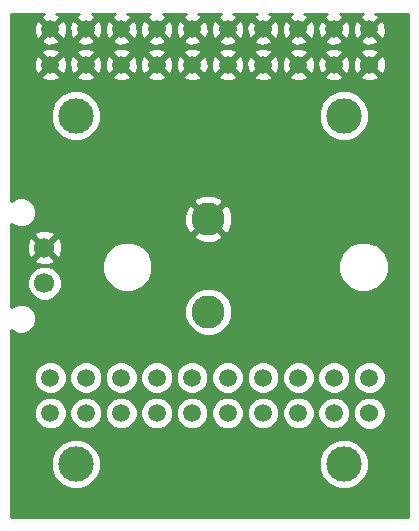
<source format=gbr>
G04 #@! TF.GenerationSoftware,KiCad,Pcbnew,(5.0.0)*
G04 #@! TF.CreationDate,2019-09-21T11:40:00-05:00*
G04 #@! TF.ProjectId,TemperaturePower,54656D7065726174757265506F776572,rev?*
G04 #@! TF.SameCoordinates,Original*
G04 #@! TF.FileFunction,Copper,L1,Top,Signal*
G04 #@! TF.FilePolarity,Positive*
%FSLAX46Y46*%
G04 Gerber Fmt 4.6, Leading zero omitted, Abs format (unit mm)*
G04 Created by KiCad (PCBNEW (5.0.0)) date 09/21/19 11:40:00*
%MOMM*%
%LPD*%
G01*
G04 APERTURE LIST*
G04 #@! TA.AperFunction,ComponentPad*
%ADD10C,1.524000*%
G04 #@! TD*
G04 #@! TA.AperFunction,ComponentPad*
%ADD11C,1.500000*%
G04 #@! TD*
G04 #@! TA.AperFunction,ComponentPad*
%ADD12C,3.000000*%
G04 #@! TD*
G04 #@! TA.AperFunction,ComponentPad*
%ADD13C,1.700000*%
G04 #@! TD*
G04 #@! TA.AperFunction,ComponentPad*
%ADD14C,2.800000*%
G04 #@! TD*
G04 #@! TA.AperFunction,Conductor*
%ADD15C,0.254000*%
G04 #@! TD*
G04 APERTURE END LIST*
D10*
G04 #@! TO.P,J1,1*
G04 #@! TO.N,VCC*
X148500000Y-101500000D03*
D11*
G04 #@! TO.P,J1,2*
X145500000Y-101500000D03*
G04 #@! TO.P,J1,3*
X142500000Y-101500000D03*
G04 #@! TO.P,J1,4*
X139500000Y-101500000D03*
G04 #@! TO.P,J1,5*
X136500000Y-101500000D03*
G04 #@! TO.P,J1,6*
X133500000Y-101500000D03*
G04 #@! TO.P,J1,7*
X130500000Y-101500000D03*
G04 #@! TO.P,J1,8*
X127500000Y-101500000D03*
G04 #@! TO.P,J1,9*
X124500000Y-101500000D03*
G04 #@! TO.P,J1,10*
X121500000Y-101500000D03*
G04 #@! TO.P,J1,11*
X148500000Y-98500000D03*
G04 #@! TO.P,J1,12*
X145500000Y-98500000D03*
G04 #@! TO.P,J1,13*
X142500000Y-98500000D03*
G04 #@! TO.P,J1,14*
X139500000Y-98500000D03*
G04 #@! TO.P,J1,15*
X136500000Y-98500000D03*
G04 #@! TO.P,J1,16*
X133500000Y-98500000D03*
G04 #@! TO.P,J1,17*
X130500000Y-98500000D03*
G04 #@! TO.P,J1,18*
X127500000Y-98500000D03*
G04 #@! TO.P,J1,19*
X124500000Y-98500000D03*
G04 #@! TO.P,J1,20*
X121500000Y-98500000D03*
D12*
G04 #@! TO.P,J1,*
G04 #@! TO.N,*
X146350000Y-105820000D03*
X123650000Y-105820000D03*
G04 #@! TD*
D13*
G04 #@! TO.P,J2,1*
G04 #@! TO.N,GND*
X121000000Y-120000000D03*
G04 #@! TO.P,J2,2*
G04 #@! TO.N,VCC*
X121000000Y-117000000D03*
G04 #@! TD*
D12*
G04 #@! TO.P,J3,*
G04 #@! TO.N,*
X123650000Y-135320000D03*
X146350000Y-135320000D03*
D11*
G04 #@! TO.P,J3,20*
G04 #@! TO.N,GND*
X121500000Y-128000000D03*
G04 #@! TO.P,J3,19*
X124500000Y-128000000D03*
G04 #@! TO.P,J3,18*
X127500000Y-128000000D03*
G04 #@! TO.P,J3,17*
X130500000Y-128000000D03*
G04 #@! TO.P,J3,16*
X133500000Y-128000000D03*
G04 #@! TO.P,J3,15*
X136500000Y-128000000D03*
G04 #@! TO.P,J3,14*
X139500000Y-128000000D03*
G04 #@! TO.P,J3,13*
X142500000Y-128000000D03*
G04 #@! TO.P,J3,12*
X145500000Y-128000000D03*
G04 #@! TO.P,J3,11*
X148500000Y-128000000D03*
G04 #@! TO.P,J3,10*
X121500000Y-131000000D03*
G04 #@! TO.P,J3,9*
X124500000Y-131000000D03*
G04 #@! TO.P,J3,8*
X127500000Y-131000000D03*
G04 #@! TO.P,J3,7*
X130500000Y-131000000D03*
G04 #@! TO.P,J3,6*
X133500000Y-131000000D03*
G04 #@! TO.P,J3,5*
X136500000Y-131000000D03*
G04 #@! TO.P,J3,4*
X139500000Y-131000000D03*
G04 #@! TO.P,J3,3*
X142500000Y-131000000D03*
G04 #@! TO.P,J3,2*
X145500000Y-131000000D03*
D10*
G04 #@! TO.P,J3,1*
X148500000Y-131000000D03*
G04 #@! TD*
D14*
G04 #@! TO.P,VCC,1*
G04 #@! TO.N,VCC*
X134874000Y-114554000D03*
G04 #@! TD*
G04 #@! TO.P,GND,1*
G04 #@! TO.N,GND*
X134874000Y-122428000D03*
G04 #@! TD*
D15*
G04 #@! TO.N,VCC*
G36*
X120776077Y-97287540D02*
X120708088Y-97528483D01*
X121500000Y-98320395D01*
X122291912Y-97528483D01*
X122223923Y-97287540D01*
X122006047Y-97210000D01*
X123963274Y-97210000D01*
X123776077Y-97287540D01*
X123708088Y-97528483D01*
X124500000Y-98320395D01*
X125291912Y-97528483D01*
X125223923Y-97287540D01*
X125006047Y-97210000D01*
X126963274Y-97210000D01*
X126776077Y-97287540D01*
X126708088Y-97528483D01*
X127500000Y-98320395D01*
X128291912Y-97528483D01*
X128223923Y-97287540D01*
X128006047Y-97210000D01*
X129963274Y-97210000D01*
X129776077Y-97287540D01*
X129708088Y-97528483D01*
X130500000Y-98320395D01*
X131291912Y-97528483D01*
X131223923Y-97287540D01*
X131006047Y-97210000D01*
X132963274Y-97210000D01*
X132776077Y-97287540D01*
X132708088Y-97528483D01*
X133500000Y-98320395D01*
X134291912Y-97528483D01*
X134223923Y-97287540D01*
X134006047Y-97210000D01*
X135963274Y-97210000D01*
X135776077Y-97287540D01*
X135708088Y-97528483D01*
X136500000Y-98320395D01*
X137291912Y-97528483D01*
X137223923Y-97287540D01*
X137006047Y-97210000D01*
X138963274Y-97210000D01*
X138776077Y-97287540D01*
X138708088Y-97528483D01*
X139500000Y-98320395D01*
X140291912Y-97528483D01*
X140223923Y-97287540D01*
X140006047Y-97210000D01*
X141963274Y-97210000D01*
X141776077Y-97287540D01*
X141708088Y-97528483D01*
X142500000Y-98320395D01*
X143291912Y-97528483D01*
X143223923Y-97287540D01*
X143006047Y-97210000D01*
X144963274Y-97210000D01*
X144776077Y-97287540D01*
X144708088Y-97528483D01*
X145500000Y-98320395D01*
X146291912Y-97528483D01*
X146223923Y-97287540D01*
X146006047Y-97210000D01*
X147963274Y-97210000D01*
X147776077Y-97287540D01*
X147708088Y-97528483D01*
X148500000Y-98320395D01*
X149291912Y-97528483D01*
X149223923Y-97287540D01*
X149006047Y-97210000D01*
X151790000Y-97210000D01*
X151790001Y-139790000D01*
X118210000Y-139790000D01*
X118210000Y-134895322D01*
X121515000Y-134895322D01*
X121515000Y-135744678D01*
X121840034Y-136529380D01*
X122440620Y-137129966D01*
X123225322Y-137455000D01*
X124074678Y-137455000D01*
X124859380Y-137129966D01*
X125459966Y-136529380D01*
X125785000Y-135744678D01*
X125785000Y-134895322D01*
X144215000Y-134895322D01*
X144215000Y-135744678D01*
X144540034Y-136529380D01*
X145140620Y-137129966D01*
X145925322Y-137455000D01*
X146774678Y-137455000D01*
X147559380Y-137129966D01*
X148159966Y-136529380D01*
X148485000Y-135744678D01*
X148485000Y-134895322D01*
X148159966Y-134110620D01*
X147559380Y-133510034D01*
X146774678Y-133185000D01*
X145925322Y-133185000D01*
X145140620Y-133510034D01*
X144540034Y-134110620D01*
X144215000Y-134895322D01*
X125785000Y-134895322D01*
X125459966Y-134110620D01*
X124859380Y-133510034D01*
X124074678Y-133185000D01*
X123225322Y-133185000D01*
X122440620Y-133510034D01*
X121840034Y-134110620D01*
X121515000Y-134895322D01*
X118210000Y-134895322D01*
X118210000Y-130724506D01*
X120115000Y-130724506D01*
X120115000Y-131275494D01*
X120325853Y-131784540D01*
X120715460Y-132174147D01*
X121224506Y-132385000D01*
X121775494Y-132385000D01*
X122284540Y-132174147D01*
X122674147Y-131784540D01*
X122885000Y-131275494D01*
X122885000Y-130724506D01*
X123115000Y-130724506D01*
X123115000Y-131275494D01*
X123325853Y-131784540D01*
X123715460Y-132174147D01*
X124224506Y-132385000D01*
X124775494Y-132385000D01*
X125284540Y-132174147D01*
X125674147Y-131784540D01*
X125885000Y-131275494D01*
X125885000Y-130724506D01*
X126115000Y-130724506D01*
X126115000Y-131275494D01*
X126325853Y-131784540D01*
X126715460Y-132174147D01*
X127224506Y-132385000D01*
X127775494Y-132385000D01*
X128284540Y-132174147D01*
X128674147Y-131784540D01*
X128885000Y-131275494D01*
X128885000Y-130724506D01*
X129115000Y-130724506D01*
X129115000Y-131275494D01*
X129325853Y-131784540D01*
X129715460Y-132174147D01*
X130224506Y-132385000D01*
X130775494Y-132385000D01*
X131284540Y-132174147D01*
X131674147Y-131784540D01*
X131885000Y-131275494D01*
X131885000Y-130724506D01*
X132115000Y-130724506D01*
X132115000Y-131275494D01*
X132325853Y-131784540D01*
X132715460Y-132174147D01*
X133224506Y-132385000D01*
X133775494Y-132385000D01*
X134284540Y-132174147D01*
X134674147Y-131784540D01*
X134885000Y-131275494D01*
X134885000Y-130724506D01*
X135115000Y-130724506D01*
X135115000Y-131275494D01*
X135325853Y-131784540D01*
X135715460Y-132174147D01*
X136224506Y-132385000D01*
X136775494Y-132385000D01*
X137284540Y-132174147D01*
X137674147Y-131784540D01*
X137885000Y-131275494D01*
X137885000Y-130724506D01*
X138115000Y-130724506D01*
X138115000Y-131275494D01*
X138325853Y-131784540D01*
X138715460Y-132174147D01*
X139224506Y-132385000D01*
X139775494Y-132385000D01*
X140284540Y-132174147D01*
X140674147Y-131784540D01*
X140885000Y-131275494D01*
X140885000Y-130724506D01*
X141115000Y-130724506D01*
X141115000Y-131275494D01*
X141325853Y-131784540D01*
X141715460Y-132174147D01*
X142224506Y-132385000D01*
X142775494Y-132385000D01*
X143284540Y-132174147D01*
X143674147Y-131784540D01*
X143885000Y-131275494D01*
X143885000Y-130724506D01*
X144115000Y-130724506D01*
X144115000Y-131275494D01*
X144325853Y-131784540D01*
X144715460Y-132174147D01*
X145224506Y-132385000D01*
X145775494Y-132385000D01*
X146284540Y-132174147D01*
X146674147Y-131784540D01*
X146885000Y-131275494D01*
X146885000Y-130724506D01*
X146884012Y-130722119D01*
X147103000Y-130722119D01*
X147103000Y-131277881D01*
X147315680Y-131791337D01*
X147708663Y-132184320D01*
X148222119Y-132397000D01*
X148777881Y-132397000D01*
X149291337Y-132184320D01*
X149684320Y-131791337D01*
X149897000Y-131277881D01*
X149897000Y-130722119D01*
X149684320Y-130208663D01*
X149291337Y-129815680D01*
X148777881Y-129603000D01*
X148222119Y-129603000D01*
X147708663Y-129815680D01*
X147315680Y-130208663D01*
X147103000Y-130722119D01*
X146884012Y-130722119D01*
X146674147Y-130215460D01*
X146284540Y-129825853D01*
X145775494Y-129615000D01*
X145224506Y-129615000D01*
X144715460Y-129825853D01*
X144325853Y-130215460D01*
X144115000Y-130724506D01*
X143885000Y-130724506D01*
X143674147Y-130215460D01*
X143284540Y-129825853D01*
X142775494Y-129615000D01*
X142224506Y-129615000D01*
X141715460Y-129825853D01*
X141325853Y-130215460D01*
X141115000Y-130724506D01*
X140885000Y-130724506D01*
X140674147Y-130215460D01*
X140284540Y-129825853D01*
X139775494Y-129615000D01*
X139224506Y-129615000D01*
X138715460Y-129825853D01*
X138325853Y-130215460D01*
X138115000Y-130724506D01*
X137885000Y-130724506D01*
X137674147Y-130215460D01*
X137284540Y-129825853D01*
X136775494Y-129615000D01*
X136224506Y-129615000D01*
X135715460Y-129825853D01*
X135325853Y-130215460D01*
X135115000Y-130724506D01*
X134885000Y-130724506D01*
X134674147Y-130215460D01*
X134284540Y-129825853D01*
X133775494Y-129615000D01*
X133224506Y-129615000D01*
X132715460Y-129825853D01*
X132325853Y-130215460D01*
X132115000Y-130724506D01*
X131885000Y-130724506D01*
X131674147Y-130215460D01*
X131284540Y-129825853D01*
X130775494Y-129615000D01*
X130224506Y-129615000D01*
X129715460Y-129825853D01*
X129325853Y-130215460D01*
X129115000Y-130724506D01*
X128885000Y-130724506D01*
X128674147Y-130215460D01*
X128284540Y-129825853D01*
X127775494Y-129615000D01*
X127224506Y-129615000D01*
X126715460Y-129825853D01*
X126325853Y-130215460D01*
X126115000Y-130724506D01*
X125885000Y-130724506D01*
X125674147Y-130215460D01*
X125284540Y-129825853D01*
X124775494Y-129615000D01*
X124224506Y-129615000D01*
X123715460Y-129825853D01*
X123325853Y-130215460D01*
X123115000Y-130724506D01*
X122885000Y-130724506D01*
X122674147Y-130215460D01*
X122284540Y-129825853D01*
X121775494Y-129615000D01*
X121224506Y-129615000D01*
X120715460Y-129825853D01*
X120325853Y-130215460D01*
X120115000Y-130724506D01*
X118210000Y-130724506D01*
X118210000Y-127724506D01*
X120115000Y-127724506D01*
X120115000Y-128275494D01*
X120325853Y-128784540D01*
X120715460Y-129174147D01*
X121224506Y-129385000D01*
X121775494Y-129385000D01*
X122284540Y-129174147D01*
X122674147Y-128784540D01*
X122885000Y-128275494D01*
X122885000Y-127724506D01*
X123115000Y-127724506D01*
X123115000Y-128275494D01*
X123325853Y-128784540D01*
X123715460Y-129174147D01*
X124224506Y-129385000D01*
X124775494Y-129385000D01*
X125284540Y-129174147D01*
X125674147Y-128784540D01*
X125885000Y-128275494D01*
X125885000Y-127724506D01*
X126115000Y-127724506D01*
X126115000Y-128275494D01*
X126325853Y-128784540D01*
X126715460Y-129174147D01*
X127224506Y-129385000D01*
X127775494Y-129385000D01*
X128284540Y-129174147D01*
X128674147Y-128784540D01*
X128885000Y-128275494D01*
X128885000Y-127724506D01*
X129115000Y-127724506D01*
X129115000Y-128275494D01*
X129325853Y-128784540D01*
X129715460Y-129174147D01*
X130224506Y-129385000D01*
X130775494Y-129385000D01*
X131284540Y-129174147D01*
X131674147Y-128784540D01*
X131885000Y-128275494D01*
X131885000Y-127724506D01*
X132115000Y-127724506D01*
X132115000Y-128275494D01*
X132325853Y-128784540D01*
X132715460Y-129174147D01*
X133224506Y-129385000D01*
X133775494Y-129385000D01*
X134284540Y-129174147D01*
X134674147Y-128784540D01*
X134885000Y-128275494D01*
X134885000Y-127724506D01*
X135115000Y-127724506D01*
X135115000Y-128275494D01*
X135325853Y-128784540D01*
X135715460Y-129174147D01*
X136224506Y-129385000D01*
X136775494Y-129385000D01*
X137284540Y-129174147D01*
X137674147Y-128784540D01*
X137885000Y-128275494D01*
X137885000Y-127724506D01*
X138115000Y-127724506D01*
X138115000Y-128275494D01*
X138325853Y-128784540D01*
X138715460Y-129174147D01*
X139224506Y-129385000D01*
X139775494Y-129385000D01*
X140284540Y-129174147D01*
X140674147Y-128784540D01*
X140885000Y-128275494D01*
X140885000Y-127724506D01*
X141115000Y-127724506D01*
X141115000Y-128275494D01*
X141325853Y-128784540D01*
X141715460Y-129174147D01*
X142224506Y-129385000D01*
X142775494Y-129385000D01*
X143284540Y-129174147D01*
X143674147Y-128784540D01*
X143885000Y-128275494D01*
X143885000Y-127724506D01*
X144115000Y-127724506D01*
X144115000Y-128275494D01*
X144325853Y-128784540D01*
X144715460Y-129174147D01*
X145224506Y-129385000D01*
X145775494Y-129385000D01*
X146284540Y-129174147D01*
X146674147Y-128784540D01*
X146885000Y-128275494D01*
X146885000Y-127724506D01*
X147115000Y-127724506D01*
X147115000Y-128275494D01*
X147325853Y-128784540D01*
X147715460Y-129174147D01*
X148224506Y-129385000D01*
X148775494Y-129385000D01*
X149284540Y-129174147D01*
X149674147Y-128784540D01*
X149885000Y-128275494D01*
X149885000Y-127724506D01*
X149674147Y-127215460D01*
X149284540Y-126825853D01*
X148775494Y-126615000D01*
X148224506Y-126615000D01*
X147715460Y-126825853D01*
X147325853Y-127215460D01*
X147115000Y-127724506D01*
X146885000Y-127724506D01*
X146674147Y-127215460D01*
X146284540Y-126825853D01*
X145775494Y-126615000D01*
X145224506Y-126615000D01*
X144715460Y-126825853D01*
X144325853Y-127215460D01*
X144115000Y-127724506D01*
X143885000Y-127724506D01*
X143674147Y-127215460D01*
X143284540Y-126825853D01*
X142775494Y-126615000D01*
X142224506Y-126615000D01*
X141715460Y-126825853D01*
X141325853Y-127215460D01*
X141115000Y-127724506D01*
X140885000Y-127724506D01*
X140674147Y-127215460D01*
X140284540Y-126825853D01*
X139775494Y-126615000D01*
X139224506Y-126615000D01*
X138715460Y-126825853D01*
X138325853Y-127215460D01*
X138115000Y-127724506D01*
X137885000Y-127724506D01*
X137674147Y-127215460D01*
X137284540Y-126825853D01*
X136775494Y-126615000D01*
X136224506Y-126615000D01*
X135715460Y-126825853D01*
X135325853Y-127215460D01*
X135115000Y-127724506D01*
X134885000Y-127724506D01*
X134674147Y-127215460D01*
X134284540Y-126825853D01*
X133775494Y-126615000D01*
X133224506Y-126615000D01*
X132715460Y-126825853D01*
X132325853Y-127215460D01*
X132115000Y-127724506D01*
X131885000Y-127724506D01*
X131674147Y-127215460D01*
X131284540Y-126825853D01*
X130775494Y-126615000D01*
X130224506Y-126615000D01*
X129715460Y-126825853D01*
X129325853Y-127215460D01*
X129115000Y-127724506D01*
X128885000Y-127724506D01*
X128674147Y-127215460D01*
X128284540Y-126825853D01*
X127775494Y-126615000D01*
X127224506Y-126615000D01*
X126715460Y-126825853D01*
X126325853Y-127215460D01*
X126115000Y-127724506D01*
X125885000Y-127724506D01*
X125674147Y-127215460D01*
X125284540Y-126825853D01*
X124775494Y-126615000D01*
X124224506Y-126615000D01*
X123715460Y-126825853D01*
X123325853Y-127215460D01*
X123115000Y-127724506D01*
X122885000Y-127724506D01*
X122674147Y-127215460D01*
X122284540Y-126825853D01*
X121775494Y-126615000D01*
X121224506Y-126615000D01*
X120715460Y-126825853D01*
X120325853Y-127215460D01*
X120115000Y-127724506D01*
X118210000Y-127724506D01*
X118210000Y-123966051D01*
X118320603Y-124076654D01*
X118787381Y-124270000D01*
X119292619Y-124270000D01*
X119759397Y-124076654D01*
X120116654Y-123719397D01*
X120310000Y-123252619D01*
X120310000Y-122747381D01*
X120116654Y-122280603D01*
X119859264Y-122023213D01*
X132839000Y-122023213D01*
X132839000Y-122832787D01*
X133148810Y-123580735D01*
X133721265Y-124153190D01*
X134469213Y-124463000D01*
X135278787Y-124463000D01*
X136026735Y-124153190D01*
X136599190Y-123580735D01*
X136909000Y-122832787D01*
X136909000Y-122023213D01*
X136599190Y-121275265D01*
X136026735Y-120702810D01*
X135278787Y-120393000D01*
X134469213Y-120393000D01*
X133721265Y-120702810D01*
X133148810Y-121275265D01*
X132839000Y-122023213D01*
X119859264Y-122023213D01*
X119759397Y-121923346D01*
X119292619Y-121730000D01*
X118787381Y-121730000D01*
X118320603Y-121923346D01*
X118210000Y-122033949D01*
X118210000Y-119704615D01*
X119515000Y-119704615D01*
X119515000Y-120295385D01*
X119741078Y-120841185D01*
X120158815Y-121258922D01*
X120704615Y-121485000D01*
X121295385Y-121485000D01*
X121841185Y-121258922D01*
X122258922Y-120841185D01*
X122485000Y-120295385D01*
X122485000Y-119704615D01*
X122258922Y-119158815D01*
X121841185Y-118741078D01*
X121295385Y-118515000D01*
X120704615Y-118515000D01*
X120158815Y-118741078D01*
X119741078Y-119158815D01*
X119515000Y-119704615D01*
X118210000Y-119704615D01*
X118210000Y-118043958D01*
X120135647Y-118043958D01*
X120215920Y-118295259D01*
X120771279Y-118496718D01*
X121361458Y-118470315D01*
X121784080Y-118295259D01*
X121816641Y-118193322D01*
X125865000Y-118193322D01*
X125865000Y-119042678D01*
X126190034Y-119827380D01*
X126790620Y-120427966D01*
X127575322Y-120753000D01*
X128424678Y-120753000D01*
X129209380Y-120427966D01*
X129809966Y-119827380D01*
X130135000Y-119042678D01*
X130135000Y-118193322D01*
X145865000Y-118193322D01*
X145865000Y-119042678D01*
X146190034Y-119827380D01*
X146790620Y-120427966D01*
X147575322Y-120753000D01*
X148424678Y-120753000D01*
X149209380Y-120427966D01*
X149809966Y-119827380D01*
X150135000Y-119042678D01*
X150135000Y-118193322D01*
X149809966Y-117408620D01*
X149209380Y-116808034D01*
X148424678Y-116483000D01*
X147575322Y-116483000D01*
X146790620Y-116808034D01*
X146190034Y-117408620D01*
X145865000Y-118193322D01*
X130135000Y-118193322D01*
X129809966Y-117408620D01*
X129209380Y-116808034D01*
X128424678Y-116483000D01*
X127575322Y-116483000D01*
X126790620Y-116808034D01*
X126190034Y-117408620D01*
X125865000Y-118193322D01*
X121816641Y-118193322D01*
X121864353Y-118043958D01*
X121000000Y-117179605D01*
X120135647Y-118043958D01*
X118210000Y-118043958D01*
X118210000Y-116771279D01*
X119503282Y-116771279D01*
X119529685Y-117361458D01*
X119704741Y-117784080D01*
X119956042Y-117864353D01*
X120820395Y-117000000D01*
X121179605Y-117000000D01*
X122043958Y-117864353D01*
X122295259Y-117784080D01*
X122496718Y-117228721D01*
X122470315Y-116638542D01*
X122295259Y-116215920D01*
X122043958Y-116135647D01*
X121179605Y-117000000D01*
X120820395Y-117000000D01*
X119956042Y-116135647D01*
X119704741Y-116215920D01*
X119503282Y-116771279D01*
X118210000Y-116771279D01*
X118210000Y-115956042D01*
X120135647Y-115956042D01*
X121000000Y-116820395D01*
X121824671Y-115995724D01*
X133611882Y-115995724D01*
X133759455Y-116304106D01*
X134514031Y-116597405D01*
X135323409Y-116579614D01*
X135988545Y-116304106D01*
X136136118Y-115995724D01*
X134874000Y-114733605D01*
X133611882Y-115995724D01*
X121824671Y-115995724D01*
X121864353Y-115956042D01*
X121784080Y-115704741D01*
X121228721Y-115503282D01*
X120638542Y-115529685D01*
X120215920Y-115704741D01*
X120135647Y-115956042D01*
X118210000Y-115956042D01*
X118210000Y-114966051D01*
X118320603Y-115076654D01*
X118787381Y-115270000D01*
X119292619Y-115270000D01*
X119759397Y-115076654D01*
X120116654Y-114719397D01*
X120310000Y-114252619D01*
X120310000Y-114194031D01*
X132830595Y-114194031D01*
X132848386Y-115003409D01*
X133123894Y-115668545D01*
X133432276Y-115816118D01*
X134694395Y-114554000D01*
X135053605Y-114554000D01*
X136315724Y-115816118D01*
X136624106Y-115668545D01*
X136917405Y-114913969D01*
X136899614Y-114104591D01*
X136624106Y-113439455D01*
X136315724Y-113291882D01*
X135053605Y-114554000D01*
X134694395Y-114554000D01*
X133432276Y-113291882D01*
X133123894Y-113439455D01*
X132830595Y-114194031D01*
X120310000Y-114194031D01*
X120310000Y-113747381D01*
X120116654Y-113280603D01*
X119948327Y-113112276D01*
X133611882Y-113112276D01*
X134874000Y-114374395D01*
X136136118Y-113112276D01*
X135988545Y-112803894D01*
X135233969Y-112510595D01*
X134424591Y-112528386D01*
X133759455Y-112803894D01*
X133611882Y-113112276D01*
X119948327Y-113112276D01*
X119759397Y-112923346D01*
X119292619Y-112730000D01*
X118787381Y-112730000D01*
X118320603Y-112923346D01*
X118210000Y-113033949D01*
X118210000Y-105395322D01*
X121515000Y-105395322D01*
X121515000Y-106244678D01*
X121840034Y-107029380D01*
X122440620Y-107629966D01*
X123225322Y-107955000D01*
X124074678Y-107955000D01*
X124859380Y-107629966D01*
X125459966Y-107029380D01*
X125785000Y-106244678D01*
X125785000Y-105395322D01*
X144215000Y-105395322D01*
X144215000Y-106244678D01*
X144540034Y-107029380D01*
X145140620Y-107629966D01*
X145925322Y-107955000D01*
X146774678Y-107955000D01*
X147559380Y-107629966D01*
X148159966Y-107029380D01*
X148485000Y-106244678D01*
X148485000Y-105395322D01*
X148159966Y-104610620D01*
X147559380Y-104010034D01*
X146774678Y-103685000D01*
X145925322Y-103685000D01*
X145140620Y-104010034D01*
X144540034Y-104610620D01*
X144215000Y-105395322D01*
X125785000Y-105395322D01*
X125459966Y-104610620D01*
X124859380Y-104010034D01*
X124074678Y-103685000D01*
X123225322Y-103685000D01*
X122440620Y-104010034D01*
X121840034Y-104610620D01*
X121515000Y-105395322D01*
X118210000Y-105395322D01*
X118210000Y-102471517D01*
X120708088Y-102471517D01*
X120776077Y-102712460D01*
X121295171Y-102897201D01*
X121845448Y-102869230D01*
X122223923Y-102712460D01*
X122291912Y-102471517D01*
X123708088Y-102471517D01*
X123776077Y-102712460D01*
X124295171Y-102897201D01*
X124845448Y-102869230D01*
X125223923Y-102712460D01*
X125291912Y-102471517D01*
X126708088Y-102471517D01*
X126776077Y-102712460D01*
X127295171Y-102897201D01*
X127845448Y-102869230D01*
X128223923Y-102712460D01*
X128291912Y-102471517D01*
X129708088Y-102471517D01*
X129776077Y-102712460D01*
X130295171Y-102897201D01*
X130845448Y-102869230D01*
X131223923Y-102712460D01*
X131291912Y-102471517D01*
X132708088Y-102471517D01*
X132776077Y-102712460D01*
X133295171Y-102897201D01*
X133845448Y-102869230D01*
X134223923Y-102712460D01*
X134291912Y-102471517D01*
X135708088Y-102471517D01*
X135776077Y-102712460D01*
X136295171Y-102897201D01*
X136845448Y-102869230D01*
X137223923Y-102712460D01*
X137291912Y-102471517D01*
X138708088Y-102471517D01*
X138776077Y-102712460D01*
X139295171Y-102897201D01*
X139845448Y-102869230D01*
X140223923Y-102712460D01*
X140291912Y-102471517D01*
X141708088Y-102471517D01*
X141776077Y-102712460D01*
X142295171Y-102897201D01*
X142845448Y-102869230D01*
X143223923Y-102712460D01*
X143291912Y-102471517D01*
X144708088Y-102471517D01*
X144776077Y-102712460D01*
X145295171Y-102897201D01*
X145845448Y-102869230D01*
X146223923Y-102712460D01*
X146289458Y-102480213D01*
X147699392Y-102480213D01*
X147768857Y-102722397D01*
X148292302Y-102909144D01*
X148847368Y-102881362D01*
X149231143Y-102722397D01*
X149300608Y-102480213D01*
X148500000Y-101679605D01*
X147699392Y-102480213D01*
X146289458Y-102480213D01*
X146291912Y-102471517D01*
X145500000Y-101679605D01*
X144708088Y-102471517D01*
X143291912Y-102471517D01*
X142500000Y-101679605D01*
X141708088Y-102471517D01*
X140291912Y-102471517D01*
X139500000Y-101679605D01*
X138708088Y-102471517D01*
X137291912Y-102471517D01*
X136500000Y-101679605D01*
X135708088Y-102471517D01*
X134291912Y-102471517D01*
X133500000Y-101679605D01*
X132708088Y-102471517D01*
X131291912Y-102471517D01*
X130500000Y-101679605D01*
X129708088Y-102471517D01*
X128291912Y-102471517D01*
X127500000Y-101679605D01*
X126708088Y-102471517D01*
X125291912Y-102471517D01*
X124500000Y-101679605D01*
X123708088Y-102471517D01*
X122291912Y-102471517D01*
X121500000Y-101679605D01*
X120708088Y-102471517D01*
X118210000Y-102471517D01*
X118210000Y-101295171D01*
X120102799Y-101295171D01*
X120130770Y-101845448D01*
X120287540Y-102223923D01*
X120528483Y-102291912D01*
X121320395Y-101500000D01*
X121679605Y-101500000D01*
X122471517Y-102291912D01*
X122712460Y-102223923D01*
X122897201Y-101704829D01*
X122876378Y-101295171D01*
X123102799Y-101295171D01*
X123130770Y-101845448D01*
X123287540Y-102223923D01*
X123528483Y-102291912D01*
X124320395Y-101500000D01*
X124679605Y-101500000D01*
X125471517Y-102291912D01*
X125712460Y-102223923D01*
X125897201Y-101704829D01*
X125876378Y-101295171D01*
X126102799Y-101295171D01*
X126130770Y-101845448D01*
X126287540Y-102223923D01*
X126528483Y-102291912D01*
X127320395Y-101500000D01*
X127679605Y-101500000D01*
X128471517Y-102291912D01*
X128712460Y-102223923D01*
X128897201Y-101704829D01*
X128876378Y-101295171D01*
X129102799Y-101295171D01*
X129130770Y-101845448D01*
X129287540Y-102223923D01*
X129528483Y-102291912D01*
X130320395Y-101500000D01*
X130679605Y-101500000D01*
X131471517Y-102291912D01*
X131712460Y-102223923D01*
X131897201Y-101704829D01*
X131876378Y-101295171D01*
X132102799Y-101295171D01*
X132130770Y-101845448D01*
X132287540Y-102223923D01*
X132528483Y-102291912D01*
X133320395Y-101500000D01*
X133679605Y-101500000D01*
X134471517Y-102291912D01*
X134712460Y-102223923D01*
X134897201Y-101704829D01*
X134876378Y-101295171D01*
X135102799Y-101295171D01*
X135130770Y-101845448D01*
X135287540Y-102223923D01*
X135528483Y-102291912D01*
X136320395Y-101500000D01*
X136679605Y-101500000D01*
X137471517Y-102291912D01*
X137712460Y-102223923D01*
X137897201Y-101704829D01*
X137876378Y-101295171D01*
X138102799Y-101295171D01*
X138130770Y-101845448D01*
X138287540Y-102223923D01*
X138528483Y-102291912D01*
X139320395Y-101500000D01*
X139679605Y-101500000D01*
X140471517Y-102291912D01*
X140712460Y-102223923D01*
X140897201Y-101704829D01*
X140876378Y-101295171D01*
X141102799Y-101295171D01*
X141130770Y-101845448D01*
X141287540Y-102223923D01*
X141528483Y-102291912D01*
X142320395Y-101500000D01*
X142679605Y-101500000D01*
X143471517Y-102291912D01*
X143712460Y-102223923D01*
X143897201Y-101704829D01*
X143876378Y-101295171D01*
X144102799Y-101295171D01*
X144130770Y-101845448D01*
X144287540Y-102223923D01*
X144528483Y-102291912D01*
X145320395Y-101500000D01*
X145679605Y-101500000D01*
X146471517Y-102291912D01*
X146712460Y-102223923D01*
X146897201Y-101704829D01*
X146876232Y-101292302D01*
X147090856Y-101292302D01*
X147118638Y-101847368D01*
X147277603Y-102231143D01*
X147519787Y-102300608D01*
X148320395Y-101500000D01*
X148679605Y-101500000D01*
X149480213Y-102300608D01*
X149722397Y-102231143D01*
X149909144Y-101707698D01*
X149881362Y-101152632D01*
X149722397Y-100768857D01*
X149480213Y-100699392D01*
X148679605Y-101500000D01*
X148320395Y-101500000D01*
X147519787Y-100699392D01*
X147277603Y-100768857D01*
X147090856Y-101292302D01*
X146876232Y-101292302D01*
X146869230Y-101154552D01*
X146712460Y-100776077D01*
X146471517Y-100708088D01*
X145679605Y-101500000D01*
X145320395Y-101500000D01*
X144528483Y-100708088D01*
X144287540Y-100776077D01*
X144102799Y-101295171D01*
X143876378Y-101295171D01*
X143869230Y-101154552D01*
X143712460Y-100776077D01*
X143471517Y-100708088D01*
X142679605Y-101500000D01*
X142320395Y-101500000D01*
X141528483Y-100708088D01*
X141287540Y-100776077D01*
X141102799Y-101295171D01*
X140876378Y-101295171D01*
X140869230Y-101154552D01*
X140712460Y-100776077D01*
X140471517Y-100708088D01*
X139679605Y-101500000D01*
X139320395Y-101500000D01*
X138528483Y-100708088D01*
X138287540Y-100776077D01*
X138102799Y-101295171D01*
X137876378Y-101295171D01*
X137869230Y-101154552D01*
X137712460Y-100776077D01*
X137471517Y-100708088D01*
X136679605Y-101500000D01*
X136320395Y-101500000D01*
X135528483Y-100708088D01*
X135287540Y-100776077D01*
X135102799Y-101295171D01*
X134876378Y-101295171D01*
X134869230Y-101154552D01*
X134712460Y-100776077D01*
X134471517Y-100708088D01*
X133679605Y-101500000D01*
X133320395Y-101500000D01*
X132528483Y-100708088D01*
X132287540Y-100776077D01*
X132102799Y-101295171D01*
X131876378Y-101295171D01*
X131869230Y-101154552D01*
X131712460Y-100776077D01*
X131471517Y-100708088D01*
X130679605Y-101500000D01*
X130320395Y-101500000D01*
X129528483Y-100708088D01*
X129287540Y-100776077D01*
X129102799Y-101295171D01*
X128876378Y-101295171D01*
X128869230Y-101154552D01*
X128712460Y-100776077D01*
X128471517Y-100708088D01*
X127679605Y-101500000D01*
X127320395Y-101500000D01*
X126528483Y-100708088D01*
X126287540Y-100776077D01*
X126102799Y-101295171D01*
X125876378Y-101295171D01*
X125869230Y-101154552D01*
X125712460Y-100776077D01*
X125471517Y-100708088D01*
X124679605Y-101500000D01*
X124320395Y-101500000D01*
X123528483Y-100708088D01*
X123287540Y-100776077D01*
X123102799Y-101295171D01*
X122876378Y-101295171D01*
X122869230Y-101154552D01*
X122712460Y-100776077D01*
X122471517Y-100708088D01*
X121679605Y-101500000D01*
X121320395Y-101500000D01*
X120528483Y-100708088D01*
X120287540Y-100776077D01*
X120102799Y-101295171D01*
X118210000Y-101295171D01*
X118210000Y-100528483D01*
X120708088Y-100528483D01*
X121500000Y-101320395D01*
X122291912Y-100528483D01*
X123708088Y-100528483D01*
X124500000Y-101320395D01*
X125291912Y-100528483D01*
X126708088Y-100528483D01*
X127500000Y-101320395D01*
X128291912Y-100528483D01*
X129708088Y-100528483D01*
X130500000Y-101320395D01*
X131291912Y-100528483D01*
X132708088Y-100528483D01*
X133500000Y-101320395D01*
X134291912Y-100528483D01*
X135708088Y-100528483D01*
X136500000Y-101320395D01*
X137291912Y-100528483D01*
X138708088Y-100528483D01*
X139500000Y-101320395D01*
X140291912Y-100528483D01*
X141708088Y-100528483D01*
X142500000Y-101320395D01*
X143291912Y-100528483D01*
X144708088Y-100528483D01*
X145500000Y-101320395D01*
X146291912Y-100528483D01*
X146289459Y-100519787D01*
X147699392Y-100519787D01*
X148500000Y-101320395D01*
X149300608Y-100519787D01*
X149231143Y-100277603D01*
X148707698Y-100090856D01*
X148152632Y-100118638D01*
X147768857Y-100277603D01*
X147699392Y-100519787D01*
X146289459Y-100519787D01*
X146223923Y-100287540D01*
X145704829Y-100102799D01*
X145154552Y-100130770D01*
X144776077Y-100287540D01*
X144708088Y-100528483D01*
X143291912Y-100528483D01*
X143223923Y-100287540D01*
X142704829Y-100102799D01*
X142154552Y-100130770D01*
X141776077Y-100287540D01*
X141708088Y-100528483D01*
X140291912Y-100528483D01*
X140223923Y-100287540D01*
X139704829Y-100102799D01*
X139154552Y-100130770D01*
X138776077Y-100287540D01*
X138708088Y-100528483D01*
X137291912Y-100528483D01*
X137223923Y-100287540D01*
X136704829Y-100102799D01*
X136154552Y-100130770D01*
X135776077Y-100287540D01*
X135708088Y-100528483D01*
X134291912Y-100528483D01*
X134223923Y-100287540D01*
X133704829Y-100102799D01*
X133154552Y-100130770D01*
X132776077Y-100287540D01*
X132708088Y-100528483D01*
X131291912Y-100528483D01*
X131223923Y-100287540D01*
X130704829Y-100102799D01*
X130154552Y-100130770D01*
X129776077Y-100287540D01*
X129708088Y-100528483D01*
X128291912Y-100528483D01*
X128223923Y-100287540D01*
X127704829Y-100102799D01*
X127154552Y-100130770D01*
X126776077Y-100287540D01*
X126708088Y-100528483D01*
X125291912Y-100528483D01*
X125223923Y-100287540D01*
X124704829Y-100102799D01*
X124154552Y-100130770D01*
X123776077Y-100287540D01*
X123708088Y-100528483D01*
X122291912Y-100528483D01*
X122223923Y-100287540D01*
X121704829Y-100102799D01*
X121154552Y-100130770D01*
X120776077Y-100287540D01*
X120708088Y-100528483D01*
X118210000Y-100528483D01*
X118210000Y-99471517D01*
X120708088Y-99471517D01*
X120776077Y-99712460D01*
X121295171Y-99897201D01*
X121845448Y-99869230D01*
X122223923Y-99712460D01*
X122291912Y-99471517D01*
X123708088Y-99471517D01*
X123776077Y-99712460D01*
X124295171Y-99897201D01*
X124845448Y-99869230D01*
X125223923Y-99712460D01*
X125291912Y-99471517D01*
X126708088Y-99471517D01*
X126776077Y-99712460D01*
X127295171Y-99897201D01*
X127845448Y-99869230D01*
X128223923Y-99712460D01*
X128291912Y-99471517D01*
X129708088Y-99471517D01*
X129776077Y-99712460D01*
X130295171Y-99897201D01*
X130845448Y-99869230D01*
X131223923Y-99712460D01*
X131291912Y-99471517D01*
X132708088Y-99471517D01*
X132776077Y-99712460D01*
X133295171Y-99897201D01*
X133845448Y-99869230D01*
X134223923Y-99712460D01*
X134291912Y-99471517D01*
X135708088Y-99471517D01*
X135776077Y-99712460D01*
X136295171Y-99897201D01*
X136845448Y-99869230D01*
X137223923Y-99712460D01*
X137291912Y-99471517D01*
X138708088Y-99471517D01*
X138776077Y-99712460D01*
X139295171Y-99897201D01*
X139845448Y-99869230D01*
X140223923Y-99712460D01*
X140291912Y-99471517D01*
X141708088Y-99471517D01*
X141776077Y-99712460D01*
X142295171Y-99897201D01*
X142845448Y-99869230D01*
X143223923Y-99712460D01*
X143291912Y-99471517D01*
X144708088Y-99471517D01*
X144776077Y-99712460D01*
X145295171Y-99897201D01*
X145845448Y-99869230D01*
X146223923Y-99712460D01*
X146291912Y-99471517D01*
X147708088Y-99471517D01*
X147776077Y-99712460D01*
X148295171Y-99897201D01*
X148845448Y-99869230D01*
X149223923Y-99712460D01*
X149291912Y-99471517D01*
X148500000Y-98679605D01*
X147708088Y-99471517D01*
X146291912Y-99471517D01*
X145500000Y-98679605D01*
X144708088Y-99471517D01*
X143291912Y-99471517D01*
X142500000Y-98679605D01*
X141708088Y-99471517D01*
X140291912Y-99471517D01*
X139500000Y-98679605D01*
X138708088Y-99471517D01*
X137291912Y-99471517D01*
X136500000Y-98679605D01*
X135708088Y-99471517D01*
X134291912Y-99471517D01*
X133500000Y-98679605D01*
X132708088Y-99471517D01*
X131291912Y-99471517D01*
X130500000Y-98679605D01*
X129708088Y-99471517D01*
X128291912Y-99471517D01*
X127500000Y-98679605D01*
X126708088Y-99471517D01*
X125291912Y-99471517D01*
X124500000Y-98679605D01*
X123708088Y-99471517D01*
X122291912Y-99471517D01*
X121500000Y-98679605D01*
X120708088Y-99471517D01*
X118210000Y-99471517D01*
X118210000Y-98295171D01*
X120102799Y-98295171D01*
X120130770Y-98845448D01*
X120287540Y-99223923D01*
X120528483Y-99291912D01*
X121320395Y-98500000D01*
X121679605Y-98500000D01*
X122471517Y-99291912D01*
X122712460Y-99223923D01*
X122897201Y-98704829D01*
X122876378Y-98295171D01*
X123102799Y-98295171D01*
X123130770Y-98845448D01*
X123287540Y-99223923D01*
X123528483Y-99291912D01*
X124320395Y-98500000D01*
X124679605Y-98500000D01*
X125471517Y-99291912D01*
X125712460Y-99223923D01*
X125897201Y-98704829D01*
X125876378Y-98295171D01*
X126102799Y-98295171D01*
X126130770Y-98845448D01*
X126287540Y-99223923D01*
X126528483Y-99291912D01*
X127320395Y-98500000D01*
X127679605Y-98500000D01*
X128471517Y-99291912D01*
X128712460Y-99223923D01*
X128897201Y-98704829D01*
X128876378Y-98295171D01*
X129102799Y-98295171D01*
X129130770Y-98845448D01*
X129287540Y-99223923D01*
X129528483Y-99291912D01*
X130320395Y-98500000D01*
X130679605Y-98500000D01*
X131471517Y-99291912D01*
X131712460Y-99223923D01*
X131897201Y-98704829D01*
X131876378Y-98295171D01*
X132102799Y-98295171D01*
X132130770Y-98845448D01*
X132287540Y-99223923D01*
X132528483Y-99291912D01*
X133320395Y-98500000D01*
X133679605Y-98500000D01*
X134471517Y-99291912D01*
X134712460Y-99223923D01*
X134897201Y-98704829D01*
X134876378Y-98295171D01*
X135102799Y-98295171D01*
X135130770Y-98845448D01*
X135287540Y-99223923D01*
X135528483Y-99291912D01*
X136320395Y-98500000D01*
X136679605Y-98500000D01*
X137471517Y-99291912D01*
X137712460Y-99223923D01*
X137897201Y-98704829D01*
X137876378Y-98295171D01*
X138102799Y-98295171D01*
X138130770Y-98845448D01*
X138287540Y-99223923D01*
X138528483Y-99291912D01*
X139320395Y-98500000D01*
X139679605Y-98500000D01*
X140471517Y-99291912D01*
X140712460Y-99223923D01*
X140897201Y-98704829D01*
X140876378Y-98295171D01*
X141102799Y-98295171D01*
X141130770Y-98845448D01*
X141287540Y-99223923D01*
X141528483Y-99291912D01*
X142320395Y-98500000D01*
X142679605Y-98500000D01*
X143471517Y-99291912D01*
X143712460Y-99223923D01*
X143897201Y-98704829D01*
X143876378Y-98295171D01*
X144102799Y-98295171D01*
X144130770Y-98845448D01*
X144287540Y-99223923D01*
X144528483Y-99291912D01*
X145320395Y-98500000D01*
X145679605Y-98500000D01*
X146471517Y-99291912D01*
X146712460Y-99223923D01*
X146897201Y-98704829D01*
X146876378Y-98295171D01*
X147102799Y-98295171D01*
X147130770Y-98845448D01*
X147287540Y-99223923D01*
X147528483Y-99291912D01*
X148320395Y-98500000D01*
X148679605Y-98500000D01*
X149471517Y-99291912D01*
X149712460Y-99223923D01*
X149897201Y-98704829D01*
X149869230Y-98154552D01*
X149712460Y-97776077D01*
X149471517Y-97708088D01*
X148679605Y-98500000D01*
X148320395Y-98500000D01*
X147528483Y-97708088D01*
X147287540Y-97776077D01*
X147102799Y-98295171D01*
X146876378Y-98295171D01*
X146869230Y-98154552D01*
X146712460Y-97776077D01*
X146471517Y-97708088D01*
X145679605Y-98500000D01*
X145320395Y-98500000D01*
X144528483Y-97708088D01*
X144287540Y-97776077D01*
X144102799Y-98295171D01*
X143876378Y-98295171D01*
X143869230Y-98154552D01*
X143712460Y-97776077D01*
X143471517Y-97708088D01*
X142679605Y-98500000D01*
X142320395Y-98500000D01*
X141528483Y-97708088D01*
X141287540Y-97776077D01*
X141102799Y-98295171D01*
X140876378Y-98295171D01*
X140869230Y-98154552D01*
X140712460Y-97776077D01*
X140471517Y-97708088D01*
X139679605Y-98500000D01*
X139320395Y-98500000D01*
X138528483Y-97708088D01*
X138287540Y-97776077D01*
X138102799Y-98295171D01*
X137876378Y-98295171D01*
X137869230Y-98154552D01*
X137712460Y-97776077D01*
X137471517Y-97708088D01*
X136679605Y-98500000D01*
X136320395Y-98500000D01*
X135528483Y-97708088D01*
X135287540Y-97776077D01*
X135102799Y-98295171D01*
X134876378Y-98295171D01*
X134869230Y-98154552D01*
X134712460Y-97776077D01*
X134471517Y-97708088D01*
X133679605Y-98500000D01*
X133320395Y-98500000D01*
X132528483Y-97708088D01*
X132287540Y-97776077D01*
X132102799Y-98295171D01*
X131876378Y-98295171D01*
X131869230Y-98154552D01*
X131712460Y-97776077D01*
X131471517Y-97708088D01*
X130679605Y-98500000D01*
X130320395Y-98500000D01*
X129528483Y-97708088D01*
X129287540Y-97776077D01*
X129102799Y-98295171D01*
X128876378Y-98295171D01*
X128869230Y-98154552D01*
X128712460Y-97776077D01*
X128471517Y-97708088D01*
X127679605Y-98500000D01*
X127320395Y-98500000D01*
X126528483Y-97708088D01*
X126287540Y-97776077D01*
X126102799Y-98295171D01*
X125876378Y-98295171D01*
X125869230Y-98154552D01*
X125712460Y-97776077D01*
X125471517Y-97708088D01*
X124679605Y-98500000D01*
X124320395Y-98500000D01*
X123528483Y-97708088D01*
X123287540Y-97776077D01*
X123102799Y-98295171D01*
X122876378Y-98295171D01*
X122869230Y-98154552D01*
X122712460Y-97776077D01*
X122471517Y-97708088D01*
X121679605Y-98500000D01*
X121320395Y-98500000D01*
X120528483Y-97708088D01*
X120287540Y-97776077D01*
X120102799Y-98295171D01*
X118210000Y-98295171D01*
X118210000Y-97210000D01*
X120963274Y-97210000D01*
X120776077Y-97287540D01*
X120776077Y-97287540D01*
G37*
X120776077Y-97287540D02*
X120708088Y-97528483D01*
X121500000Y-98320395D01*
X122291912Y-97528483D01*
X122223923Y-97287540D01*
X122006047Y-97210000D01*
X123963274Y-97210000D01*
X123776077Y-97287540D01*
X123708088Y-97528483D01*
X124500000Y-98320395D01*
X125291912Y-97528483D01*
X125223923Y-97287540D01*
X125006047Y-97210000D01*
X126963274Y-97210000D01*
X126776077Y-97287540D01*
X126708088Y-97528483D01*
X127500000Y-98320395D01*
X128291912Y-97528483D01*
X128223923Y-97287540D01*
X128006047Y-97210000D01*
X129963274Y-97210000D01*
X129776077Y-97287540D01*
X129708088Y-97528483D01*
X130500000Y-98320395D01*
X131291912Y-97528483D01*
X131223923Y-97287540D01*
X131006047Y-97210000D01*
X132963274Y-97210000D01*
X132776077Y-97287540D01*
X132708088Y-97528483D01*
X133500000Y-98320395D01*
X134291912Y-97528483D01*
X134223923Y-97287540D01*
X134006047Y-97210000D01*
X135963274Y-97210000D01*
X135776077Y-97287540D01*
X135708088Y-97528483D01*
X136500000Y-98320395D01*
X137291912Y-97528483D01*
X137223923Y-97287540D01*
X137006047Y-97210000D01*
X138963274Y-97210000D01*
X138776077Y-97287540D01*
X138708088Y-97528483D01*
X139500000Y-98320395D01*
X140291912Y-97528483D01*
X140223923Y-97287540D01*
X140006047Y-97210000D01*
X141963274Y-97210000D01*
X141776077Y-97287540D01*
X141708088Y-97528483D01*
X142500000Y-98320395D01*
X143291912Y-97528483D01*
X143223923Y-97287540D01*
X143006047Y-97210000D01*
X144963274Y-97210000D01*
X144776077Y-97287540D01*
X144708088Y-97528483D01*
X145500000Y-98320395D01*
X146291912Y-97528483D01*
X146223923Y-97287540D01*
X146006047Y-97210000D01*
X147963274Y-97210000D01*
X147776077Y-97287540D01*
X147708088Y-97528483D01*
X148500000Y-98320395D01*
X149291912Y-97528483D01*
X149223923Y-97287540D01*
X149006047Y-97210000D01*
X151790000Y-97210000D01*
X151790001Y-139790000D01*
X118210000Y-139790000D01*
X118210000Y-134895322D01*
X121515000Y-134895322D01*
X121515000Y-135744678D01*
X121840034Y-136529380D01*
X122440620Y-137129966D01*
X123225322Y-137455000D01*
X124074678Y-137455000D01*
X124859380Y-137129966D01*
X125459966Y-136529380D01*
X125785000Y-135744678D01*
X125785000Y-134895322D01*
X144215000Y-134895322D01*
X144215000Y-135744678D01*
X144540034Y-136529380D01*
X145140620Y-137129966D01*
X145925322Y-137455000D01*
X146774678Y-137455000D01*
X147559380Y-137129966D01*
X148159966Y-136529380D01*
X148485000Y-135744678D01*
X148485000Y-134895322D01*
X148159966Y-134110620D01*
X147559380Y-133510034D01*
X146774678Y-133185000D01*
X145925322Y-133185000D01*
X145140620Y-133510034D01*
X144540034Y-134110620D01*
X144215000Y-134895322D01*
X125785000Y-134895322D01*
X125459966Y-134110620D01*
X124859380Y-133510034D01*
X124074678Y-133185000D01*
X123225322Y-133185000D01*
X122440620Y-133510034D01*
X121840034Y-134110620D01*
X121515000Y-134895322D01*
X118210000Y-134895322D01*
X118210000Y-130724506D01*
X120115000Y-130724506D01*
X120115000Y-131275494D01*
X120325853Y-131784540D01*
X120715460Y-132174147D01*
X121224506Y-132385000D01*
X121775494Y-132385000D01*
X122284540Y-132174147D01*
X122674147Y-131784540D01*
X122885000Y-131275494D01*
X122885000Y-130724506D01*
X123115000Y-130724506D01*
X123115000Y-131275494D01*
X123325853Y-131784540D01*
X123715460Y-132174147D01*
X124224506Y-132385000D01*
X124775494Y-132385000D01*
X125284540Y-132174147D01*
X125674147Y-131784540D01*
X125885000Y-131275494D01*
X125885000Y-130724506D01*
X126115000Y-130724506D01*
X126115000Y-131275494D01*
X126325853Y-131784540D01*
X126715460Y-132174147D01*
X127224506Y-132385000D01*
X127775494Y-132385000D01*
X128284540Y-132174147D01*
X128674147Y-131784540D01*
X128885000Y-131275494D01*
X128885000Y-130724506D01*
X129115000Y-130724506D01*
X129115000Y-131275494D01*
X129325853Y-131784540D01*
X129715460Y-132174147D01*
X130224506Y-132385000D01*
X130775494Y-132385000D01*
X131284540Y-132174147D01*
X131674147Y-131784540D01*
X131885000Y-131275494D01*
X131885000Y-130724506D01*
X132115000Y-130724506D01*
X132115000Y-131275494D01*
X132325853Y-131784540D01*
X132715460Y-132174147D01*
X133224506Y-132385000D01*
X133775494Y-132385000D01*
X134284540Y-132174147D01*
X134674147Y-131784540D01*
X134885000Y-131275494D01*
X134885000Y-130724506D01*
X135115000Y-130724506D01*
X135115000Y-131275494D01*
X135325853Y-131784540D01*
X135715460Y-132174147D01*
X136224506Y-132385000D01*
X136775494Y-132385000D01*
X137284540Y-132174147D01*
X137674147Y-131784540D01*
X137885000Y-131275494D01*
X137885000Y-130724506D01*
X138115000Y-130724506D01*
X138115000Y-131275494D01*
X138325853Y-131784540D01*
X138715460Y-132174147D01*
X139224506Y-132385000D01*
X139775494Y-132385000D01*
X140284540Y-132174147D01*
X140674147Y-131784540D01*
X140885000Y-131275494D01*
X140885000Y-130724506D01*
X141115000Y-130724506D01*
X141115000Y-131275494D01*
X141325853Y-131784540D01*
X141715460Y-132174147D01*
X142224506Y-132385000D01*
X142775494Y-132385000D01*
X143284540Y-132174147D01*
X143674147Y-131784540D01*
X143885000Y-131275494D01*
X143885000Y-130724506D01*
X144115000Y-130724506D01*
X144115000Y-131275494D01*
X144325853Y-131784540D01*
X144715460Y-132174147D01*
X145224506Y-132385000D01*
X145775494Y-132385000D01*
X146284540Y-132174147D01*
X146674147Y-131784540D01*
X146885000Y-131275494D01*
X146885000Y-130724506D01*
X146884012Y-130722119D01*
X147103000Y-130722119D01*
X147103000Y-131277881D01*
X147315680Y-131791337D01*
X147708663Y-132184320D01*
X148222119Y-132397000D01*
X148777881Y-132397000D01*
X149291337Y-132184320D01*
X149684320Y-131791337D01*
X149897000Y-131277881D01*
X149897000Y-130722119D01*
X149684320Y-130208663D01*
X149291337Y-129815680D01*
X148777881Y-129603000D01*
X148222119Y-129603000D01*
X147708663Y-129815680D01*
X147315680Y-130208663D01*
X147103000Y-130722119D01*
X146884012Y-130722119D01*
X146674147Y-130215460D01*
X146284540Y-129825853D01*
X145775494Y-129615000D01*
X145224506Y-129615000D01*
X144715460Y-129825853D01*
X144325853Y-130215460D01*
X144115000Y-130724506D01*
X143885000Y-130724506D01*
X143674147Y-130215460D01*
X143284540Y-129825853D01*
X142775494Y-129615000D01*
X142224506Y-129615000D01*
X141715460Y-129825853D01*
X141325853Y-130215460D01*
X141115000Y-130724506D01*
X140885000Y-130724506D01*
X140674147Y-130215460D01*
X140284540Y-129825853D01*
X139775494Y-129615000D01*
X139224506Y-129615000D01*
X138715460Y-129825853D01*
X138325853Y-130215460D01*
X138115000Y-130724506D01*
X137885000Y-130724506D01*
X137674147Y-130215460D01*
X137284540Y-129825853D01*
X136775494Y-129615000D01*
X136224506Y-129615000D01*
X135715460Y-129825853D01*
X135325853Y-130215460D01*
X135115000Y-130724506D01*
X134885000Y-130724506D01*
X134674147Y-130215460D01*
X134284540Y-129825853D01*
X133775494Y-129615000D01*
X133224506Y-129615000D01*
X132715460Y-129825853D01*
X132325853Y-130215460D01*
X132115000Y-130724506D01*
X131885000Y-130724506D01*
X131674147Y-130215460D01*
X131284540Y-129825853D01*
X130775494Y-129615000D01*
X130224506Y-129615000D01*
X129715460Y-129825853D01*
X129325853Y-130215460D01*
X129115000Y-130724506D01*
X128885000Y-130724506D01*
X128674147Y-130215460D01*
X128284540Y-129825853D01*
X127775494Y-129615000D01*
X127224506Y-129615000D01*
X126715460Y-129825853D01*
X126325853Y-130215460D01*
X126115000Y-130724506D01*
X125885000Y-130724506D01*
X125674147Y-130215460D01*
X125284540Y-129825853D01*
X124775494Y-129615000D01*
X124224506Y-129615000D01*
X123715460Y-129825853D01*
X123325853Y-130215460D01*
X123115000Y-130724506D01*
X122885000Y-130724506D01*
X122674147Y-130215460D01*
X122284540Y-129825853D01*
X121775494Y-129615000D01*
X121224506Y-129615000D01*
X120715460Y-129825853D01*
X120325853Y-130215460D01*
X120115000Y-130724506D01*
X118210000Y-130724506D01*
X118210000Y-127724506D01*
X120115000Y-127724506D01*
X120115000Y-128275494D01*
X120325853Y-128784540D01*
X120715460Y-129174147D01*
X121224506Y-129385000D01*
X121775494Y-129385000D01*
X122284540Y-129174147D01*
X122674147Y-128784540D01*
X122885000Y-128275494D01*
X122885000Y-127724506D01*
X123115000Y-127724506D01*
X123115000Y-128275494D01*
X123325853Y-128784540D01*
X123715460Y-129174147D01*
X124224506Y-129385000D01*
X124775494Y-129385000D01*
X125284540Y-129174147D01*
X125674147Y-128784540D01*
X125885000Y-128275494D01*
X125885000Y-127724506D01*
X126115000Y-127724506D01*
X126115000Y-128275494D01*
X126325853Y-128784540D01*
X126715460Y-129174147D01*
X127224506Y-129385000D01*
X127775494Y-129385000D01*
X128284540Y-129174147D01*
X128674147Y-128784540D01*
X128885000Y-128275494D01*
X128885000Y-127724506D01*
X129115000Y-127724506D01*
X129115000Y-128275494D01*
X129325853Y-128784540D01*
X129715460Y-129174147D01*
X130224506Y-129385000D01*
X130775494Y-129385000D01*
X131284540Y-129174147D01*
X131674147Y-128784540D01*
X131885000Y-128275494D01*
X131885000Y-127724506D01*
X132115000Y-127724506D01*
X132115000Y-128275494D01*
X132325853Y-128784540D01*
X132715460Y-129174147D01*
X133224506Y-129385000D01*
X133775494Y-129385000D01*
X134284540Y-129174147D01*
X134674147Y-128784540D01*
X134885000Y-128275494D01*
X134885000Y-127724506D01*
X135115000Y-127724506D01*
X135115000Y-128275494D01*
X135325853Y-128784540D01*
X135715460Y-129174147D01*
X136224506Y-129385000D01*
X136775494Y-129385000D01*
X137284540Y-129174147D01*
X137674147Y-128784540D01*
X137885000Y-128275494D01*
X137885000Y-127724506D01*
X138115000Y-127724506D01*
X138115000Y-128275494D01*
X138325853Y-128784540D01*
X138715460Y-129174147D01*
X139224506Y-129385000D01*
X139775494Y-129385000D01*
X140284540Y-129174147D01*
X140674147Y-128784540D01*
X140885000Y-128275494D01*
X140885000Y-127724506D01*
X141115000Y-127724506D01*
X141115000Y-128275494D01*
X141325853Y-128784540D01*
X141715460Y-129174147D01*
X142224506Y-129385000D01*
X142775494Y-129385000D01*
X143284540Y-129174147D01*
X143674147Y-128784540D01*
X143885000Y-128275494D01*
X143885000Y-127724506D01*
X144115000Y-127724506D01*
X144115000Y-128275494D01*
X144325853Y-128784540D01*
X144715460Y-129174147D01*
X145224506Y-129385000D01*
X145775494Y-129385000D01*
X146284540Y-129174147D01*
X146674147Y-128784540D01*
X146885000Y-128275494D01*
X146885000Y-127724506D01*
X147115000Y-127724506D01*
X147115000Y-128275494D01*
X147325853Y-128784540D01*
X147715460Y-129174147D01*
X148224506Y-129385000D01*
X148775494Y-129385000D01*
X149284540Y-129174147D01*
X149674147Y-128784540D01*
X149885000Y-128275494D01*
X149885000Y-127724506D01*
X149674147Y-127215460D01*
X149284540Y-126825853D01*
X148775494Y-126615000D01*
X148224506Y-126615000D01*
X147715460Y-126825853D01*
X147325853Y-127215460D01*
X147115000Y-127724506D01*
X146885000Y-127724506D01*
X146674147Y-127215460D01*
X146284540Y-126825853D01*
X145775494Y-126615000D01*
X145224506Y-126615000D01*
X144715460Y-126825853D01*
X144325853Y-127215460D01*
X144115000Y-127724506D01*
X143885000Y-127724506D01*
X143674147Y-127215460D01*
X143284540Y-126825853D01*
X142775494Y-126615000D01*
X142224506Y-126615000D01*
X141715460Y-126825853D01*
X141325853Y-127215460D01*
X141115000Y-127724506D01*
X140885000Y-127724506D01*
X140674147Y-127215460D01*
X140284540Y-126825853D01*
X139775494Y-126615000D01*
X139224506Y-126615000D01*
X138715460Y-126825853D01*
X138325853Y-127215460D01*
X138115000Y-127724506D01*
X137885000Y-127724506D01*
X137674147Y-127215460D01*
X137284540Y-126825853D01*
X136775494Y-126615000D01*
X136224506Y-126615000D01*
X135715460Y-126825853D01*
X135325853Y-127215460D01*
X135115000Y-127724506D01*
X134885000Y-127724506D01*
X134674147Y-127215460D01*
X134284540Y-126825853D01*
X133775494Y-126615000D01*
X133224506Y-126615000D01*
X132715460Y-126825853D01*
X132325853Y-127215460D01*
X132115000Y-127724506D01*
X131885000Y-127724506D01*
X131674147Y-127215460D01*
X131284540Y-126825853D01*
X130775494Y-126615000D01*
X130224506Y-126615000D01*
X129715460Y-126825853D01*
X129325853Y-127215460D01*
X129115000Y-127724506D01*
X128885000Y-127724506D01*
X128674147Y-127215460D01*
X128284540Y-126825853D01*
X127775494Y-126615000D01*
X127224506Y-126615000D01*
X126715460Y-126825853D01*
X126325853Y-127215460D01*
X126115000Y-127724506D01*
X125885000Y-127724506D01*
X125674147Y-127215460D01*
X125284540Y-126825853D01*
X124775494Y-126615000D01*
X124224506Y-126615000D01*
X123715460Y-126825853D01*
X123325853Y-127215460D01*
X123115000Y-127724506D01*
X122885000Y-127724506D01*
X122674147Y-127215460D01*
X122284540Y-126825853D01*
X121775494Y-126615000D01*
X121224506Y-126615000D01*
X120715460Y-126825853D01*
X120325853Y-127215460D01*
X120115000Y-127724506D01*
X118210000Y-127724506D01*
X118210000Y-123966051D01*
X118320603Y-124076654D01*
X118787381Y-124270000D01*
X119292619Y-124270000D01*
X119759397Y-124076654D01*
X120116654Y-123719397D01*
X120310000Y-123252619D01*
X120310000Y-122747381D01*
X120116654Y-122280603D01*
X119859264Y-122023213D01*
X132839000Y-122023213D01*
X132839000Y-122832787D01*
X133148810Y-123580735D01*
X133721265Y-124153190D01*
X134469213Y-124463000D01*
X135278787Y-124463000D01*
X136026735Y-124153190D01*
X136599190Y-123580735D01*
X136909000Y-122832787D01*
X136909000Y-122023213D01*
X136599190Y-121275265D01*
X136026735Y-120702810D01*
X135278787Y-120393000D01*
X134469213Y-120393000D01*
X133721265Y-120702810D01*
X133148810Y-121275265D01*
X132839000Y-122023213D01*
X119859264Y-122023213D01*
X119759397Y-121923346D01*
X119292619Y-121730000D01*
X118787381Y-121730000D01*
X118320603Y-121923346D01*
X118210000Y-122033949D01*
X118210000Y-119704615D01*
X119515000Y-119704615D01*
X119515000Y-120295385D01*
X119741078Y-120841185D01*
X120158815Y-121258922D01*
X120704615Y-121485000D01*
X121295385Y-121485000D01*
X121841185Y-121258922D01*
X122258922Y-120841185D01*
X122485000Y-120295385D01*
X122485000Y-119704615D01*
X122258922Y-119158815D01*
X121841185Y-118741078D01*
X121295385Y-118515000D01*
X120704615Y-118515000D01*
X120158815Y-118741078D01*
X119741078Y-119158815D01*
X119515000Y-119704615D01*
X118210000Y-119704615D01*
X118210000Y-118043958D01*
X120135647Y-118043958D01*
X120215920Y-118295259D01*
X120771279Y-118496718D01*
X121361458Y-118470315D01*
X121784080Y-118295259D01*
X121816641Y-118193322D01*
X125865000Y-118193322D01*
X125865000Y-119042678D01*
X126190034Y-119827380D01*
X126790620Y-120427966D01*
X127575322Y-120753000D01*
X128424678Y-120753000D01*
X129209380Y-120427966D01*
X129809966Y-119827380D01*
X130135000Y-119042678D01*
X130135000Y-118193322D01*
X145865000Y-118193322D01*
X145865000Y-119042678D01*
X146190034Y-119827380D01*
X146790620Y-120427966D01*
X147575322Y-120753000D01*
X148424678Y-120753000D01*
X149209380Y-120427966D01*
X149809966Y-119827380D01*
X150135000Y-119042678D01*
X150135000Y-118193322D01*
X149809966Y-117408620D01*
X149209380Y-116808034D01*
X148424678Y-116483000D01*
X147575322Y-116483000D01*
X146790620Y-116808034D01*
X146190034Y-117408620D01*
X145865000Y-118193322D01*
X130135000Y-118193322D01*
X129809966Y-117408620D01*
X129209380Y-116808034D01*
X128424678Y-116483000D01*
X127575322Y-116483000D01*
X126790620Y-116808034D01*
X126190034Y-117408620D01*
X125865000Y-118193322D01*
X121816641Y-118193322D01*
X121864353Y-118043958D01*
X121000000Y-117179605D01*
X120135647Y-118043958D01*
X118210000Y-118043958D01*
X118210000Y-116771279D01*
X119503282Y-116771279D01*
X119529685Y-117361458D01*
X119704741Y-117784080D01*
X119956042Y-117864353D01*
X120820395Y-117000000D01*
X121179605Y-117000000D01*
X122043958Y-117864353D01*
X122295259Y-117784080D01*
X122496718Y-117228721D01*
X122470315Y-116638542D01*
X122295259Y-116215920D01*
X122043958Y-116135647D01*
X121179605Y-117000000D01*
X120820395Y-117000000D01*
X119956042Y-116135647D01*
X119704741Y-116215920D01*
X119503282Y-116771279D01*
X118210000Y-116771279D01*
X118210000Y-115956042D01*
X120135647Y-115956042D01*
X121000000Y-116820395D01*
X121824671Y-115995724D01*
X133611882Y-115995724D01*
X133759455Y-116304106D01*
X134514031Y-116597405D01*
X135323409Y-116579614D01*
X135988545Y-116304106D01*
X136136118Y-115995724D01*
X134874000Y-114733605D01*
X133611882Y-115995724D01*
X121824671Y-115995724D01*
X121864353Y-115956042D01*
X121784080Y-115704741D01*
X121228721Y-115503282D01*
X120638542Y-115529685D01*
X120215920Y-115704741D01*
X120135647Y-115956042D01*
X118210000Y-115956042D01*
X118210000Y-114966051D01*
X118320603Y-115076654D01*
X118787381Y-115270000D01*
X119292619Y-115270000D01*
X119759397Y-115076654D01*
X120116654Y-114719397D01*
X120310000Y-114252619D01*
X120310000Y-114194031D01*
X132830595Y-114194031D01*
X132848386Y-115003409D01*
X133123894Y-115668545D01*
X133432276Y-115816118D01*
X134694395Y-114554000D01*
X135053605Y-114554000D01*
X136315724Y-115816118D01*
X136624106Y-115668545D01*
X136917405Y-114913969D01*
X136899614Y-114104591D01*
X136624106Y-113439455D01*
X136315724Y-113291882D01*
X135053605Y-114554000D01*
X134694395Y-114554000D01*
X133432276Y-113291882D01*
X133123894Y-113439455D01*
X132830595Y-114194031D01*
X120310000Y-114194031D01*
X120310000Y-113747381D01*
X120116654Y-113280603D01*
X119948327Y-113112276D01*
X133611882Y-113112276D01*
X134874000Y-114374395D01*
X136136118Y-113112276D01*
X135988545Y-112803894D01*
X135233969Y-112510595D01*
X134424591Y-112528386D01*
X133759455Y-112803894D01*
X133611882Y-113112276D01*
X119948327Y-113112276D01*
X119759397Y-112923346D01*
X119292619Y-112730000D01*
X118787381Y-112730000D01*
X118320603Y-112923346D01*
X118210000Y-113033949D01*
X118210000Y-105395322D01*
X121515000Y-105395322D01*
X121515000Y-106244678D01*
X121840034Y-107029380D01*
X122440620Y-107629966D01*
X123225322Y-107955000D01*
X124074678Y-107955000D01*
X124859380Y-107629966D01*
X125459966Y-107029380D01*
X125785000Y-106244678D01*
X125785000Y-105395322D01*
X144215000Y-105395322D01*
X144215000Y-106244678D01*
X144540034Y-107029380D01*
X145140620Y-107629966D01*
X145925322Y-107955000D01*
X146774678Y-107955000D01*
X147559380Y-107629966D01*
X148159966Y-107029380D01*
X148485000Y-106244678D01*
X148485000Y-105395322D01*
X148159966Y-104610620D01*
X147559380Y-104010034D01*
X146774678Y-103685000D01*
X145925322Y-103685000D01*
X145140620Y-104010034D01*
X144540034Y-104610620D01*
X144215000Y-105395322D01*
X125785000Y-105395322D01*
X125459966Y-104610620D01*
X124859380Y-104010034D01*
X124074678Y-103685000D01*
X123225322Y-103685000D01*
X122440620Y-104010034D01*
X121840034Y-104610620D01*
X121515000Y-105395322D01*
X118210000Y-105395322D01*
X118210000Y-102471517D01*
X120708088Y-102471517D01*
X120776077Y-102712460D01*
X121295171Y-102897201D01*
X121845448Y-102869230D01*
X122223923Y-102712460D01*
X122291912Y-102471517D01*
X123708088Y-102471517D01*
X123776077Y-102712460D01*
X124295171Y-102897201D01*
X124845448Y-102869230D01*
X125223923Y-102712460D01*
X125291912Y-102471517D01*
X126708088Y-102471517D01*
X126776077Y-102712460D01*
X127295171Y-102897201D01*
X127845448Y-102869230D01*
X128223923Y-102712460D01*
X128291912Y-102471517D01*
X129708088Y-102471517D01*
X129776077Y-102712460D01*
X130295171Y-102897201D01*
X130845448Y-102869230D01*
X131223923Y-102712460D01*
X131291912Y-102471517D01*
X132708088Y-102471517D01*
X132776077Y-102712460D01*
X133295171Y-102897201D01*
X133845448Y-102869230D01*
X134223923Y-102712460D01*
X134291912Y-102471517D01*
X135708088Y-102471517D01*
X135776077Y-102712460D01*
X136295171Y-102897201D01*
X136845448Y-102869230D01*
X137223923Y-102712460D01*
X137291912Y-102471517D01*
X138708088Y-102471517D01*
X138776077Y-102712460D01*
X139295171Y-102897201D01*
X139845448Y-102869230D01*
X140223923Y-102712460D01*
X140291912Y-102471517D01*
X141708088Y-102471517D01*
X141776077Y-102712460D01*
X142295171Y-102897201D01*
X142845448Y-102869230D01*
X143223923Y-102712460D01*
X143291912Y-102471517D01*
X144708088Y-102471517D01*
X144776077Y-102712460D01*
X145295171Y-102897201D01*
X145845448Y-102869230D01*
X146223923Y-102712460D01*
X146289458Y-102480213D01*
X147699392Y-102480213D01*
X147768857Y-102722397D01*
X148292302Y-102909144D01*
X148847368Y-102881362D01*
X149231143Y-102722397D01*
X149300608Y-102480213D01*
X148500000Y-101679605D01*
X147699392Y-102480213D01*
X146289458Y-102480213D01*
X146291912Y-102471517D01*
X145500000Y-101679605D01*
X144708088Y-102471517D01*
X143291912Y-102471517D01*
X142500000Y-101679605D01*
X141708088Y-102471517D01*
X140291912Y-102471517D01*
X139500000Y-101679605D01*
X138708088Y-102471517D01*
X137291912Y-102471517D01*
X136500000Y-101679605D01*
X135708088Y-102471517D01*
X134291912Y-102471517D01*
X133500000Y-101679605D01*
X132708088Y-102471517D01*
X131291912Y-102471517D01*
X130500000Y-101679605D01*
X129708088Y-102471517D01*
X128291912Y-102471517D01*
X127500000Y-101679605D01*
X126708088Y-102471517D01*
X125291912Y-102471517D01*
X124500000Y-101679605D01*
X123708088Y-102471517D01*
X122291912Y-102471517D01*
X121500000Y-101679605D01*
X120708088Y-102471517D01*
X118210000Y-102471517D01*
X118210000Y-101295171D01*
X120102799Y-101295171D01*
X120130770Y-101845448D01*
X120287540Y-102223923D01*
X120528483Y-102291912D01*
X121320395Y-101500000D01*
X121679605Y-101500000D01*
X122471517Y-102291912D01*
X122712460Y-102223923D01*
X122897201Y-101704829D01*
X122876378Y-101295171D01*
X123102799Y-101295171D01*
X123130770Y-101845448D01*
X123287540Y-102223923D01*
X123528483Y-102291912D01*
X124320395Y-101500000D01*
X124679605Y-101500000D01*
X125471517Y-102291912D01*
X125712460Y-102223923D01*
X125897201Y-101704829D01*
X125876378Y-101295171D01*
X126102799Y-101295171D01*
X126130770Y-101845448D01*
X126287540Y-102223923D01*
X126528483Y-102291912D01*
X127320395Y-101500000D01*
X127679605Y-101500000D01*
X128471517Y-102291912D01*
X128712460Y-102223923D01*
X128897201Y-101704829D01*
X128876378Y-101295171D01*
X129102799Y-101295171D01*
X129130770Y-101845448D01*
X129287540Y-102223923D01*
X129528483Y-102291912D01*
X130320395Y-101500000D01*
X130679605Y-101500000D01*
X131471517Y-102291912D01*
X131712460Y-102223923D01*
X131897201Y-101704829D01*
X131876378Y-101295171D01*
X132102799Y-101295171D01*
X132130770Y-101845448D01*
X132287540Y-102223923D01*
X132528483Y-102291912D01*
X133320395Y-101500000D01*
X133679605Y-101500000D01*
X134471517Y-102291912D01*
X134712460Y-102223923D01*
X134897201Y-101704829D01*
X134876378Y-101295171D01*
X135102799Y-101295171D01*
X135130770Y-101845448D01*
X135287540Y-102223923D01*
X135528483Y-102291912D01*
X136320395Y-101500000D01*
X136679605Y-101500000D01*
X137471517Y-102291912D01*
X137712460Y-102223923D01*
X137897201Y-101704829D01*
X137876378Y-101295171D01*
X138102799Y-101295171D01*
X138130770Y-101845448D01*
X138287540Y-102223923D01*
X138528483Y-102291912D01*
X139320395Y-101500000D01*
X139679605Y-101500000D01*
X140471517Y-102291912D01*
X140712460Y-102223923D01*
X140897201Y-101704829D01*
X140876378Y-101295171D01*
X141102799Y-101295171D01*
X141130770Y-101845448D01*
X141287540Y-102223923D01*
X141528483Y-102291912D01*
X142320395Y-101500000D01*
X142679605Y-101500000D01*
X143471517Y-102291912D01*
X143712460Y-102223923D01*
X143897201Y-101704829D01*
X143876378Y-101295171D01*
X144102799Y-101295171D01*
X144130770Y-101845448D01*
X144287540Y-102223923D01*
X144528483Y-102291912D01*
X145320395Y-101500000D01*
X145679605Y-101500000D01*
X146471517Y-102291912D01*
X146712460Y-102223923D01*
X146897201Y-101704829D01*
X146876232Y-101292302D01*
X147090856Y-101292302D01*
X147118638Y-101847368D01*
X147277603Y-102231143D01*
X147519787Y-102300608D01*
X148320395Y-101500000D01*
X148679605Y-101500000D01*
X149480213Y-102300608D01*
X149722397Y-102231143D01*
X149909144Y-101707698D01*
X149881362Y-101152632D01*
X149722397Y-100768857D01*
X149480213Y-100699392D01*
X148679605Y-101500000D01*
X148320395Y-101500000D01*
X147519787Y-100699392D01*
X147277603Y-100768857D01*
X147090856Y-101292302D01*
X146876232Y-101292302D01*
X146869230Y-101154552D01*
X146712460Y-100776077D01*
X146471517Y-100708088D01*
X145679605Y-101500000D01*
X145320395Y-101500000D01*
X144528483Y-100708088D01*
X144287540Y-100776077D01*
X144102799Y-101295171D01*
X143876378Y-101295171D01*
X143869230Y-101154552D01*
X143712460Y-100776077D01*
X143471517Y-100708088D01*
X142679605Y-101500000D01*
X142320395Y-101500000D01*
X141528483Y-100708088D01*
X141287540Y-100776077D01*
X141102799Y-101295171D01*
X140876378Y-101295171D01*
X140869230Y-101154552D01*
X140712460Y-100776077D01*
X140471517Y-100708088D01*
X139679605Y-101500000D01*
X139320395Y-101500000D01*
X138528483Y-100708088D01*
X138287540Y-100776077D01*
X138102799Y-101295171D01*
X137876378Y-101295171D01*
X137869230Y-101154552D01*
X137712460Y-100776077D01*
X137471517Y-100708088D01*
X136679605Y-101500000D01*
X136320395Y-101500000D01*
X135528483Y-100708088D01*
X135287540Y-100776077D01*
X135102799Y-101295171D01*
X134876378Y-101295171D01*
X134869230Y-101154552D01*
X134712460Y-100776077D01*
X134471517Y-100708088D01*
X133679605Y-101500000D01*
X133320395Y-101500000D01*
X132528483Y-100708088D01*
X132287540Y-100776077D01*
X132102799Y-101295171D01*
X131876378Y-101295171D01*
X131869230Y-101154552D01*
X131712460Y-100776077D01*
X131471517Y-100708088D01*
X130679605Y-101500000D01*
X130320395Y-101500000D01*
X129528483Y-100708088D01*
X129287540Y-100776077D01*
X129102799Y-101295171D01*
X128876378Y-101295171D01*
X128869230Y-101154552D01*
X128712460Y-100776077D01*
X128471517Y-100708088D01*
X127679605Y-101500000D01*
X127320395Y-101500000D01*
X126528483Y-100708088D01*
X126287540Y-100776077D01*
X126102799Y-101295171D01*
X125876378Y-101295171D01*
X125869230Y-101154552D01*
X125712460Y-100776077D01*
X125471517Y-100708088D01*
X124679605Y-101500000D01*
X124320395Y-101500000D01*
X123528483Y-100708088D01*
X123287540Y-100776077D01*
X123102799Y-101295171D01*
X122876378Y-101295171D01*
X122869230Y-101154552D01*
X122712460Y-100776077D01*
X122471517Y-100708088D01*
X121679605Y-101500000D01*
X121320395Y-101500000D01*
X120528483Y-100708088D01*
X120287540Y-100776077D01*
X120102799Y-101295171D01*
X118210000Y-101295171D01*
X118210000Y-100528483D01*
X120708088Y-100528483D01*
X121500000Y-101320395D01*
X122291912Y-100528483D01*
X123708088Y-100528483D01*
X124500000Y-101320395D01*
X125291912Y-100528483D01*
X126708088Y-100528483D01*
X127500000Y-101320395D01*
X128291912Y-100528483D01*
X129708088Y-100528483D01*
X130500000Y-101320395D01*
X131291912Y-100528483D01*
X132708088Y-100528483D01*
X133500000Y-101320395D01*
X134291912Y-100528483D01*
X135708088Y-100528483D01*
X136500000Y-101320395D01*
X137291912Y-100528483D01*
X138708088Y-100528483D01*
X139500000Y-101320395D01*
X140291912Y-100528483D01*
X141708088Y-100528483D01*
X142500000Y-101320395D01*
X143291912Y-100528483D01*
X144708088Y-100528483D01*
X145500000Y-101320395D01*
X146291912Y-100528483D01*
X146289459Y-100519787D01*
X147699392Y-100519787D01*
X148500000Y-101320395D01*
X149300608Y-100519787D01*
X149231143Y-100277603D01*
X148707698Y-100090856D01*
X148152632Y-100118638D01*
X147768857Y-100277603D01*
X147699392Y-100519787D01*
X146289459Y-100519787D01*
X146223923Y-100287540D01*
X145704829Y-100102799D01*
X145154552Y-100130770D01*
X144776077Y-100287540D01*
X144708088Y-100528483D01*
X143291912Y-100528483D01*
X143223923Y-100287540D01*
X142704829Y-100102799D01*
X142154552Y-100130770D01*
X141776077Y-100287540D01*
X141708088Y-100528483D01*
X140291912Y-100528483D01*
X140223923Y-100287540D01*
X139704829Y-100102799D01*
X139154552Y-100130770D01*
X138776077Y-100287540D01*
X138708088Y-100528483D01*
X137291912Y-100528483D01*
X137223923Y-100287540D01*
X136704829Y-100102799D01*
X136154552Y-100130770D01*
X135776077Y-100287540D01*
X135708088Y-100528483D01*
X134291912Y-100528483D01*
X134223923Y-100287540D01*
X133704829Y-100102799D01*
X133154552Y-100130770D01*
X132776077Y-100287540D01*
X132708088Y-100528483D01*
X131291912Y-100528483D01*
X131223923Y-100287540D01*
X130704829Y-100102799D01*
X130154552Y-100130770D01*
X129776077Y-100287540D01*
X129708088Y-100528483D01*
X128291912Y-100528483D01*
X128223923Y-100287540D01*
X127704829Y-100102799D01*
X127154552Y-100130770D01*
X126776077Y-100287540D01*
X126708088Y-100528483D01*
X125291912Y-100528483D01*
X125223923Y-100287540D01*
X124704829Y-100102799D01*
X124154552Y-100130770D01*
X123776077Y-100287540D01*
X123708088Y-100528483D01*
X122291912Y-100528483D01*
X122223923Y-100287540D01*
X121704829Y-100102799D01*
X121154552Y-100130770D01*
X120776077Y-100287540D01*
X120708088Y-100528483D01*
X118210000Y-100528483D01*
X118210000Y-99471517D01*
X120708088Y-99471517D01*
X120776077Y-99712460D01*
X121295171Y-99897201D01*
X121845448Y-99869230D01*
X122223923Y-99712460D01*
X122291912Y-99471517D01*
X123708088Y-99471517D01*
X123776077Y-99712460D01*
X124295171Y-99897201D01*
X124845448Y-99869230D01*
X125223923Y-99712460D01*
X125291912Y-99471517D01*
X126708088Y-99471517D01*
X126776077Y-99712460D01*
X127295171Y-99897201D01*
X127845448Y-99869230D01*
X128223923Y-99712460D01*
X128291912Y-99471517D01*
X129708088Y-99471517D01*
X129776077Y-99712460D01*
X130295171Y-99897201D01*
X130845448Y-99869230D01*
X131223923Y-99712460D01*
X131291912Y-99471517D01*
X132708088Y-99471517D01*
X132776077Y-99712460D01*
X133295171Y-99897201D01*
X133845448Y-99869230D01*
X134223923Y-99712460D01*
X134291912Y-99471517D01*
X135708088Y-99471517D01*
X135776077Y-99712460D01*
X136295171Y-99897201D01*
X136845448Y-99869230D01*
X137223923Y-99712460D01*
X137291912Y-99471517D01*
X138708088Y-99471517D01*
X138776077Y-99712460D01*
X139295171Y-99897201D01*
X139845448Y-99869230D01*
X140223923Y-99712460D01*
X140291912Y-99471517D01*
X141708088Y-99471517D01*
X141776077Y-99712460D01*
X142295171Y-99897201D01*
X142845448Y-99869230D01*
X143223923Y-99712460D01*
X143291912Y-99471517D01*
X144708088Y-99471517D01*
X144776077Y-99712460D01*
X145295171Y-99897201D01*
X145845448Y-99869230D01*
X146223923Y-99712460D01*
X146291912Y-99471517D01*
X147708088Y-99471517D01*
X147776077Y-99712460D01*
X148295171Y-99897201D01*
X148845448Y-99869230D01*
X149223923Y-99712460D01*
X149291912Y-99471517D01*
X148500000Y-98679605D01*
X147708088Y-99471517D01*
X146291912Y-99471517D01*
X145500000Y-98679605D01*
X144708088Y-99471517D01*
X143291912Y-99471517D01*
X142500000Y-98679605D01*
X141708088Y-99471517D01*
X140291912Y-99471517D01*
X139500000Y-98679605D01*
X138708088Y-99471517D01*
X137291912Y-99471517D01*
X136500000Y-98679605D01*
X135708088Y-99471517D01*
X134291912Y-99471517D01*
X133500000Y-98679605D01*
X132708088Y-99471517D01*
X131291912Y-99471517D01*
X130500000Y-98679605D01*
X129708088Y-99471517D01*
X128291912Y-99471517D01*
X127500000Y-98679605D01*
X126708088Y-99471517D01*
X125291912Y-99471517D01*
X124500000Y-98679605D01*
X123708088Y-99471517D01*
X122291912Y-99471517D01*
X121500000Y-98679605D01*
X120708088Y-99471517D01*
X118210000Y-99471517D01*
X118210000Y-98295171D01*
X120102799Y-98295171D01*
X120130770Y-98845448D01*
X120287540Y-99223923D01*
X120528483Y-99291912D01*
X121320395Y-98500000D01*
X121679605Y-98500000D01*
X122471517Y-99291912D01*
X122712460Y-99223923D01*
X122897201Y-98704829D01*
X122876378Y-98295171D01*
X123102799Y-98295171D01*
X123130770Y-98845448D01*
X123287540Y-99223923D01*
X123528483Y-99291912D01*
X124320395Y-98500000D01*
X124679605Y-98500000D01*
X125471517Y-99291912D01*
X125712460Y-99223923D01*
X125897201Y-98704829D01*
X125876378Y-98295171D01*
X126102799Y-98295171D01*
X126130770Y-98845448D01*
X126287540Y-99223923D01*
X126528483Y-99291912D01*
X127320395Y-98500000D01*
X127679605Y-98500000D01*
X128471517Y-99291912D01*
X128712460Y-99223923D01*
X128897201Y-98704829D01*
X128876378Y-98295171D01*
X129102799Y-98295171D01*
X129130770Y-98845448D01*
X129287540Y-99223923D01*
X129528483Y-99291912D01*
X130320395Y-98500000D01*
X130679605Y-98500000D01*
X131471517Y-99291912D01*
X131712460Y-99223923D01*
X131897201Y-98704829D01*
X131876378Y-98295171D01*
X132102799Y-98295171D01*
X132130770Y-98845448D01*
X132287540Y-99223923D01*
X132528483Y-99291912D01*
X133320395Y-98500000D01*
X133679605Y-98500000D01*
X134471517Y-99291912D01*
X134712460Y-99223923D01*
X134897201Y-98704829D01*
X134876378Y-98295171D01*
X135102799Y-98295171D01*
X135130770Y-98845448D01*
X135287540Y-99223923D01*
X135528483Y-99291912D01*
X136320395Y-98500000D01*
X136679605Y-98500000D01*
X137471517Y-99291912D01*
X137712460Y-99223923D01*
X137897201Y-98704829D01*
X137876378Y-98295171D01*
X138102799Y-98295171D01*
X138130770Y-98845448D01*
X138287540Y-99223923D01*
X138528483Y-99291912D01*
X139320395Y-98500000D01*
X139679605Y-98500000D01*
X140471517Y-99291912D01*
X140712460Y-99223923D01*
X140897201Y-98704829D01*
X140876378Y-98295171D01*
X141102799Y-98295171D01*
X141130770Y-98845448D01*
X141287540Y-99223923D01*
X141528483Y-99291912D01*
X142320395Y-98500000D01*
X142679605Y-98500000D01*
X143471517Y-99291912D01*
X143712460Y-99223923D01*
X143897201Y-98704829D01*
X143876378Y-98295171D01*
X144102799Y-98295171D01*
X144130770Y-98845448D01*
X144287540Y-99223923D01*
X144528483Y-99291912D01*
X145320395Y-98500000D01*
X145679605Y-98500000D01*
X146471517Y-99291912D01*
X146712460Y-99223923D01*
X146897201Y-98704829D01*
X146876378Y-98295171D01*
X147102799Y-98295171D01*
X147130770Y-98845448D01*
X147287540Y-99223923D01*
X147528483Y-99291912D01*
X148320395Y-98500000D01*
X148679605Y-98500000D01*
X149471517Y-99291912D01*
X149712460Y-99223923D01*
X149897201Y-98704829D01*
X149869230Y-98154552D01*
X149712460Y-97776077D01*
X149471517Y-97708088D01*
X148679605Y-98500000D01*
X148320395Y-98500000D01*
X147528483Y-97708088D01*
X147287540Y-97776077D01*
X147102799Y-98295171D01*
X146876378Y-98295171D01*
X146869230Y-98154552D01*
X146712460Y-97776077D01*
X146471517Y-97708088D01*
X145679605Y-98500000D01*
X145320395Y-98500000D01*
X144528483Y-97708088D01*
X144287540Y-97776077D01*
X144102799Y-98295171D01*
X143876378Y-98295171D01*
X143869230Y-98154552D01*
X143712460Y-97776077D01*
X143471517Y-97708088D01*
X142679605Y-98500000D01*
X142320395Y-98500000D01*
X141528483Y-97708088D01*
X141287540Y-97776077D01*
X141102799Y-98295171D01*
X140876378Y-98295171D01*
X140869230Y-98154552D01*
X140712460Y-97776077D01*
X140471517Y-97708088D01*
X139679605Y-98500000D01*
X139320395Y-98500000D01*
X138528483Y-97708088D01*
X138287540Y-97776077D01*
X138102799Y-98295171D01*
X137876378Y-98295171D01*
X137869230Y-98154552D01*
X137712460Y-97776077D01*
X137471517Y-97708088D01*
X136679605Y-98500000D01*
X136320395Y-98500000D01*
X135528483Y-97708088D01*
X135287540Y-97776077D01*
X135102799Y-98295171D01*
X134876378Y-98295171D01*
X134869230Y-98154552D01*
X134712460Y-97776077D01*
X134471517Y-97708088D01*
X133679605Y-98500000D01*
X133320395Y-98500000D01*
X132528483Y-97708088D01*
X132287540Y-97776077D01*
X132102799Y-98295171D01*
X131876378Y-98295171D01*
X131869230Y-98154552D01*
X131712460Y-97776077D01*
X131471517Y-97708088D01*
X130679605Y-98500000D01*
X130320395Y-98500000D01*
X129528483Y-97708088D01*
X129287540Y-97776077D01*
X129102799Y-98295171D01*
X128876378Y-98295171D01*
X128869230Y-98154552D01*
X128712460Y-97776077D01*
X128471517Y-97708088D01*
X127679605Y-98500000D01*
X127320395Y-98500000D01*
X126528483Y-97708088D01*
X126287540Y-97776077D01*
X126102799Y-98295171D01*
X125876378Y-98295171D01*
X125869230Y-98154552D01*
X125712460Y-97776077D01*
X125471517Y-97708088D01*
X124679605Y-98500000D01*
X124320395Y-98500000D01*
X123528483Y-97708088D01*
X123287540Y-97776077D01*
X123102799Y-98295171D01*
X122876378Y-98295171D01*
X122869230Y-98154552D01*
X122712460Y-97776077D01*
X122471517Y-97708088D01*
X121679605Y-98500000D01*
X121320395Y-98500000D01*
X120528483Y-97708088D01*
X120287540Y-97776077D01*
X120102799Y-98295171D01*
X118210000Y-98295171D01*
X118210000Y-97210000D01*
X120963274Y-97210000D01*
X120776077Y-97287540D01*
G04 #@! TD*
M02*

</source>
